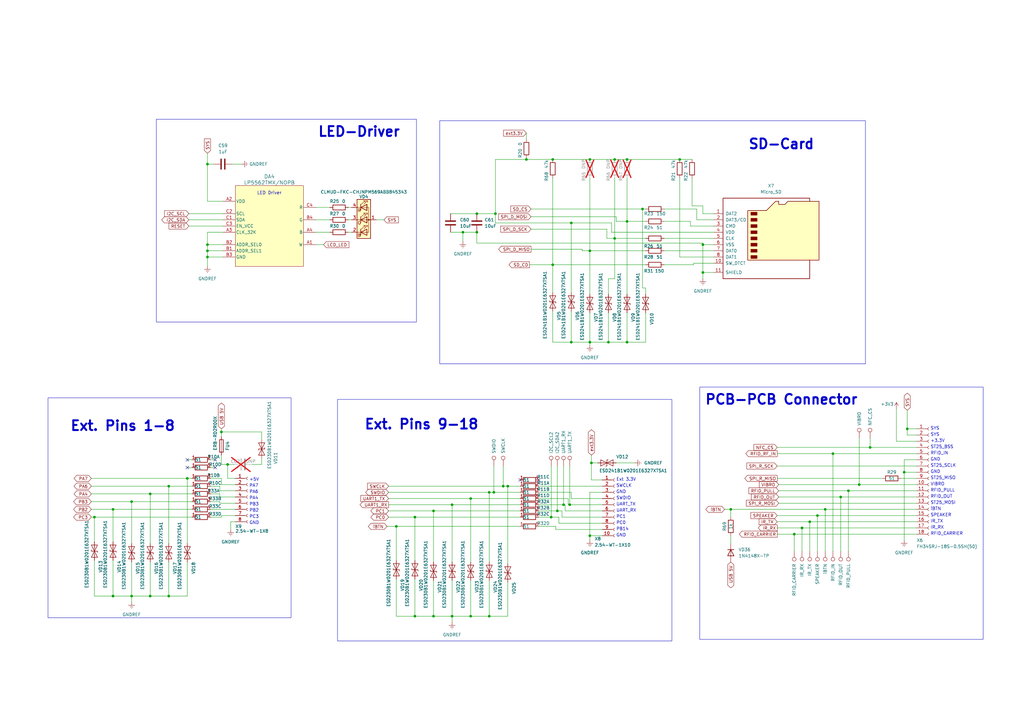
<source format=kicad_sch>
(kicad_sch (version 20250114) (generator "eeschema") (generator_version "9.0")
  (paper "A3")
  (title_block (title "Flipper Device DIY") (rev "13.F7B9C6") (company "Originally from : Flipper Devices Inc.") (comment 1 "DIY Version 1.0"))
  (lib_symbols
    (symbol "Connector2:Conn_01x10_Female" (pin_names (offset 1.016) (hide yes))
      (property "Reference" "J" (at 0 12.7 0))
      (property "Value" "Conn_01x10_Female" (at 0 -15.24 0))
      (symbol "Conn_01x10_Female_1_1"
        (pin passive line (at -5.08 10.16 0) (length 3.81) (name "Pin_1") (number "1"))
        (pin passive line (at -5.08 7.62 0) (length 3.81) (name "Pin_2") (number "2"))
        (pin passive line (at -5.08 5.08 0) (length 3.81) (name "Pin_3") (number "3"))
        (pin passive line (at -5.08 2.54 0) (length 3.81) (name "Pin_4") (number "4"))
        (pin passive line (at -5.08 0 0) (length 3.81) (name "Pin_5") (number "5"))
        (pin passive line (at -5.08 -2.54 0) (length 3.81) (name "Pin_6") (number "6"))
        (pin passive line (at -5.08 -5.08 0) (length 3.81) (name "Pin_7") (number "7"))
        (pin passive line (at -5.08 -7.62 0) (length 3.81) (name "Pin_8") (number "8"))
        (pin passive line (at -5.08 -10.16 0) (length 3.81) (name "Pin_9") (number "9"))
        (pin passive line (at -5.08 -12.7 0) (length 3.81) (name "Pin_10") (number "10"))
      )
    )
    (symbol "Connector2:Conn_01x18_Female" (pin_names (offset 1.016) (hide yes))
      (property "Reference" "J" (at 0 22.86 0))
      (property "Value" "Conn_01x18_Female" (at 0 -25.4 0))
      (symbol "Conn_01x18_Female_1_1"
        (pin passive line (at -5.08 20.32 0) (length 3.81) (name "Pin_1") (number "1"))
        (pin passive line (at -5.08 17.78 0) (length 3.81) (name "Pin_2") (number "2"))
        (pin passive line (at -5.08 15.24 0) (length 3.81) (name "Pin_3") (number "3"))
        (pin passive line (at -5.08 12.7 0) (length 3.81) (name "Pin_4") (number "4"))
        (pin passive line (at -5.08 10.16 0) (length 3.81) (name "Pin_5") (number "5"))
        (pin passive line (at -5.08 7.62 0) (length 3.81) (name "Pin_6") (number "6"))
        (pin passive line (at -5.08 5.08 0) (length 3.81) (name "Pin_7") (number "7"))
        (pin passive line (at -5.08 2.54 0) (length 3.81) (name "Pin_8") (number "8"))
        (pin passive line (at -5.08 0 0) (length 3.81) (name "Pin_9") (number "9"))
        (pin passive line (at -5.08 -2.54 0) (length 3.81) (name "Pin_10") (number "10"))
        (pin passive line (at -5.08 -5.08 0) (length 3.81) (name "Pin_11") (number "11"))
        (pin passive line (at -5.08 -7.62 0) (length 3.81) (name "Pin_12") (number "12"))
        (pin passive line (at -5.08 -10.16 0) (length 3.81) (name "Pin_13") (number "13"))
        (pin passive line (at -5.08 -12.7 0) (length 3.81) (name "Pin_14") (number "14"))
        (pin passive line (at -5.08 -15.24 0) (length 3.81) (name "Pin_15") (number "15"))
        (pin passive line (at -5.08 -17.78 0) (length 3.81) (name "Pin_16") (number "16"))
        (pin passive line (at -5.08 -20.32 0) (length 3.81) (name "Pin_17") (number "17"))
        (pin passive line (at -5.08 -22.86 0) (length 3.81) (name "Pin_18") (number "18"))
      )
    )
    (symbol "Connector2:Micro_SD_Card_Det" (pin_names (offset 1.016))
      (property "Reference" "J2" (at 0.635 21.59 0))
      (property "Value" "Micro_SD_Card_Det" (at 0.635 19.05 0))
      (symbol "Micro_SD_Card_Det_1_1"
        (pin bidirectional line (at -22.86 10.16 0) (length 3.81) (name "DAT2") (number "1"))
        (pin bidirectional line (at -22.86 7.62 0) (length 3.81) (name "DAT3/CD") (number "2"))
        (pin input line (at -22.86 5.08 0) (length 3.81) (name "CMD") (number "3"))
        (pin power_in line (at -22.86 2.54 0) (length 3.81) (name "VDD") (number "4"))
        (pin input line (at -22.86 0 0) (length 3.81) (name "CLK") (number "5"))
        (pin power_in line (at -22.86 -2.54 0) (length 3.81) (name "VSS") (number "6"))
        (pin bidirectional line (at -22.86 -5.08 0) (length 3.81) (name "DAT0") (number "7"))
        (pin bidirectional line (at -22.86 -7.62 0) (length 3.81) (name "DAT1") (number "8"))
        (pin passive line (at -22.86 -10.16 0) (length 3.81) (name "SW_DTCT") (number "10"))
        (pin passive line (at -22.86 -13.97 0) (length 3.81) (name "SHIELD") (number "11"))
      )
    )
    (symbol "Connector:Conn_01x08_Socket" (pin_names (offset 1.016) (hide yes))
      (property "Reference" "J" (at 0 10.16 0))
      (property "Value" "Conn_01x08_Socket" (at 0 -12.7 0))
      (symbol "Conn_01x08_Socket_1_1"
        (pin passive line (at -5.08 7.62 0) (length 3.81) (name "Pin_1") (number "1"))
        (pin passive line (at -5.08 5.08 0) (length 3.81) (name "Pin_2") (number "2"))
        (pin passive line (at -5.08 2.54 0) (length 3.81) (name "Pin_3") (number "3"))
        (pin passive line (at -5.08 0 0) (length 3.81) (name "Pin_4") (number "4"))
        (pin passive line (at -5.08 -2.54 0) (length 3.81) (name "Pin_5") (number "5"))
        (pin passive line (at -5.08 -5.08 0) (length 3.81) (name "Pin_6") (number "6"))
        (pin passive line (at -5.08 -7.62 0) (length 3.81) (name "Pin_7") (number "7"))
        (pin passive line (at -5.08 -10.16 0) (length 3.81) (name "Pin_8") (number "8"))
      )
    )
    (symbol "Connector:TestPoint" (pin_numbers (hide yes)) (pin_names (offset 0.762) (hide yes))
      (property "Reference" "TP" (at 0 6.858 0))
      (property "Value" "TestPoint" (at 0 5.08 0))
      (symbol "TestPoint_1_1"
        (pin passive line (at 0 0 90) (length 2.54) (name "1") (number "1"))
      )
    )
    (symbol "Device:C" (pin_numbers (hide yes)) (pin_names (offset 0.254))
      (property "Reference" "C" (at 0.635 2.54 0))
      (property "Value" "C" (at 0.635 -2.54 0))
      (symbol "C_1_1"
        (pin passive line (at 0 3.81 270) (length 2.794) (name "~") (number "1"))
        (pin passive line (at 0 -3.81 90) (length 2.794) (name "~") (number "2"))
      )
    )
    (symbol "Device:C_Polarized" (pin_numbers (hide yes)) (pin_names (offset 0.254))
      (property "Reference" "C" (at 0.635 2.54 0))
      (property "Value" "C_Polarized" (at 0.635 -2.54 0))
      (symbol "C_Polarized_1_1"
        (pin passive line (at 0 3.81 270) (length 2.794) (name "~") (number "1"))
        (pin passive line (at 0 -3.81 90) (length 2.794) (name "~") (number "2"))
      )
    )
    (symbol "Device:D" (pin_numbers (hide yes)) (pin_names (offset 1.016) (hide yes))
      (property "Reference" "D" (at 0 2.54 0))
      (property "Value" "D" (at 0 -2.54 0))
      (symbol "D_1_1"
        (pin passive line (at -3.81 0 0) (length 2.54) (name "K") (number "1"))
        (pin passive line (at 3.81 0 180) (length 2.54) (name "A") (number "2"))
      )
    )
    (symbol "Device:Fuse" (pin_numbers (hide yes)) (pin_names (offset 0))
      (property "Reference" "F" (at 2.032 0 90))
      (property "Value" "Fuse" (at -1.905 0 90))
      (symbol "Fuse_1_1"
        (pin passive line (at 0 3.81 270) (length 1.27) (name "~") (number "1"))
        (pin passive line (at 0 -3.81 90) (length 1.27) (name "~") (number "2"))
      )
    )
    (symbol "Device:LED_ABGR" (pin_names (offset 0) (hide yes))
      (property "Reference" "D" (at 0 9.398 0))
      (property "Value" "LED_ABGR" (at 0 -8.89 0))
      (symbol "LED_ABGR_0_0"
        (text "R" (at -1.905 3.81 0) (effects (font (size 1.27 1.27))))
        (text "G" (at -1.905 -1.27 0) (effects (font (size 1.27 1.27))))
        (text "B" (at -1.905 -6.35 0) (effects (font (size 1.27 1.27))))
      )
      (symbol "LED_ABGR_1_1"
        (pin passive line (at -5.08 5.08 0) (length 2.54) (name "RK") (number "4"))
        (pin passive line (at -5.08 0 0) (length 2.54) (name "GK") (number "3"))
        (pin passive line (at -5.08 -5.08 0) (length 2.54) (name "BK") (number "2"))
        (pin passive line (at 5.08 0 180) (length 2.54) (name "A") (number "1"))
      )
    )
    (symbol "Device:R" (pin_numbers (hide yes)) (pin_names (offset 0))
      (property "Reference" "R" (at 2.032 0 90))
      (property "Value" "R" (at 0 0 90))
      (symbol "R_1_1"
        (pin passive line (at 0 3.81 270) (length 1.27) (name "~") (number "1"))
        (pin passive line (at 0 -3.81 90) (length 1.27) (name "~") (number "2"))
      )
    )
    (symbol "Device:R_Network04_Split" (pin_names (offset 0) (hide yes))
      (property "Reference" "RN" (at 2.032 0 90))
      (property "Value" "R_Network04_Split" (at 0 0 90))
      (symbol "R_Network04_Split_0_1"
        (pin passive line (at 0 3.81 270) (length 1.27) (name "R1") (number "1"))
      )
      (symbol "R_Network04_Split_1_1"
        (pin passive line (at 0 -3.81 90) (length 1.27) (name "R1.2") (number "2"))
      )
      (symbol "R_Network04_Split_2_1"
        (pin passive line (at 0 -3.81 90) (length 1.27) (name "R2.2") (number "3"))
      )
      (symbol "R_Network04_Split_3_1"
        (pin passive line (at 0 -3.81 90) (length 1.27) (name "R3.2") (number "4"))
      )
      (symbol "R_Network04_Split_4_1"
        (pin passive line (at 0 -3.81 90) (length 1.27) (name "R4.2") (number "5"))
      )
    )
    (symbol "Diode:ESD9B3.3ST5G" (pin_numbers (hide yes)) (pin_names (offset 1.016) (hide yes))
      (property "Reference" "D" (at 0 2.54 0))
      (property "Value" "ESD9B3.3ST5G" (at 0 -2.54 0))
      (symbol "ESD9B3.3ST5G_1_1"
        (pin passive line (at -3.81 0 0) (length 2.54) (name "A1") (number "1"))
        (pin passive line (at 3.81 0 180) (length 2.54) (name "A2") (number "2"))
      )
    )
    (symbol "LP5562TMX-NOPB:LP5562TMX_NOPB" (pin_names (offset 0.254))
      (property "Reference" "U1" (at 1.27 20.32 0))
      (property "Value" "LP5562TMX/NOPB" (at 1.27 17.78 0))
      (symbol "LP5562TMX_NOPB_0_1"
        (pin power_in line (at -17.78 10.16 0) (length 5.08) (name "VDD") (number "A2"))
        (pin input line (at -17.78 5.08 0) (length 5.08) (name "SCL") (number "C2"))
        (pin bidirectional line (at -17.78 2.54 0) (length 5.08) (name "SDA") (number "C1"))
        (pin input line (at -17.78 0 0) (length 5.08) (name "EN_VCC") (number "C3"))
        (pin input line (at -17.78 -2.54 0) (length 5.08) (name "CLK_32K") (number "A3"))
        (pin input line (at -17.78 -7.62 0) (length 5.08) (name "ADDR_SEL0") (number "B2"))
        (pin input line (at -17.78 -10.16 0) (length 5.08) (name "ADDR_SEL1") (number "B1"))
        (pin power_in line (at -17.78 -12.7 0) (length 5.08) (name "GND") (number "B3"))
        (pin output line (at 20.32 7.62 180) (length 5.08) (name "R") (number "C4"))
        (pin output line (at 20.32 2.54 180) (length 5.08) (name "G") (number "B4"))
        (pin output line (at 20.32 -2.54 180) (length 5.08) (name "B") (number "A4"))
        (pin output line (at 20.32 -7.62 180) (length 5.08) (name "W") (number "A1"))
      )
    )
    (symbol "power:+3V3" (power) (pin_names (offset 0))
      (property "Value" "+3V3" (at 0 3.556 0))
      (symbol "+3V3_1_1"
        (pin power_in line (at 0 0 90) (length 0) (hide yes) (name "+3V3") (number "1"))
      )
    )
    (symbol "power:GNDREF" (power) (pin_names (offset 0))
      (property "Value" "GNDREF" (at 0 -3.81 0))
      (symbol "GNDREF_1_1"
        (pin power_in line (at 0 0 270) (length 0) (hide yes) (name "GNDREF") (number "1"))
      )
    )
  )
  (rectangle (start 180.34 49.53) (end 354.965 149.225))
  (rectangle (start 19.685 163.195) (end 119.38 253.365))
  (rectangle (start 64.135 48.895) (end 170.815 132.08))
  (rectangle (start 287.02 158.75) (end 403.225 262.255))
  (rectangle (start 138.43 163.83) (end 275.59 262.89))
  (text "PC0" (at 252.73 215.265 0) (effects (font (size 1.27 1.27)) (justify left bottom)))
  (text "SD-Card" (at 306.705 61.595 0) (effects (font (size 4 4) (bold yes)) (justify left bottom)))
  (text "PA7" (at 102.235 200.025 0) (effects (font (size 1.27 1.27)) (justify left bottom)))
  (text "PC3" (at 102.235 212.725 0) (effects (font (size 1.27 1.27)) (justify left bottom)))
  (text "PB14" (at 252.73 217.805 0) (effects (font (size 1.27 1.27)) (justify left bottom)))
  (text "GND" (at 381.635 194.31 0) (effects (font (size 1.27 1.27)) (justify left bottom)))
  (text "SYS" (at 381.635 176.53 0) (effects (font (size 1.27 1.27)) (justify left bottom)))
  (text "Ext. Pins 1-8" (at 28.575 177.165 0) (effects (font (size 4 4) (bold yes)) (justify left bottom)))
  (text "iBTN" (at 381.635 209.55 0) (effects (font (size 1.27 1.27)) (justify left bottom)))
  (text "SYS" (at 381.635 179.07 0) (effects (font (size 1.27 1.27)) (justify left bottom)))
  (text "PA4" (at 102.235 205.105 0) (effects (font (size 1.27 1.27)) (justify left bottom)))
  (text "ST25_MOSI" (at 381.635 207.01 0) (effects (font (size 1.27 1.27)) (justify left bottom)))
  (text "UART_TX" (at 252.73 207.645 0) (effects (font (size 1.27 1.27)) (justify left bottom)))
  (text "UART_RX" (at 252.73 210.185 0) (effects (font (size 1.27 1.27)) (justify left bottom)))
  (text "GND" (at 252.73 220.345 0) (effects (font (size 1.27 1.27)) (justify left bottom)))
  (text "RFID_CARRIER" (at 381.635 219.71 0) (effects (font (size 1.27 1.27)) (justify left bottom)))
  (text "PB2" (at 102.235 210.185 0) (effects (font (size 1.27 1.27)) (justify left bottom)))
  (text "ST25_MISO" (at 381.635 196.85 0) (effects (font (size 1.27 1.27)) (justify left bottom)))
  (text "LED Driver\n" (at 105.41 80.01 0) (effects (font (size 1.27 1.27)) (justify left bottom)))
  (text "GND" (at 252.73 202.565 0) (effects (font (size 1.27 1.27)) (justify left bottom)))
  (text "PC1" (at 252.73 212.725 0) (effects (font (size 1.27 1.27)) (justify left bottom)))
  (text "PCB-PCB Connector" (at 288.925 166.37 0) (effects (font (size 4 4) (bold yes)) (justify left bottom)))
  (text "RFID_PULL" (at 381.635 201.93 0) (effects (font (size 1.27 1.27)) (justify left bottom)))
  (text "SWDIO" (at 252.73 205.105 0) (effects (font (size 1.27 1.27)) (justify left bottom)))
  (text "RFID_IN" (at 381.635 186.69 0) (effects (font (size 1.27 1.27)) (justify left bottom)))
  (text "+3.3V" (at 381.635 181.61 0) (effects (font (size 1.27 1.27)) (justify left bottom)))
  (text "GND" (at 381.635 189.23 0) (effects (font (size 1.27 1.27)) (justify left bottom)))
  (text "GND" (at 102.235 215.265 0) (effects (font (size 1.27 1.27)) (justify left bottom)))
  (text "ST25_SCLK" (at 381.635 191.77 0) (effects (font (size 1.27 1.27)) (justify left bottom)))
  (text "PA6" (at 102.235 202.565 0) (effects (font (size 1.27 1.27)) (justify left bottom)))
  (text "VIBRO" (at 381.635 199.39 0) (effects (font (size 1.27 1.27)) (justify left bottom)))
  (text "IR_TX" (at 381.635 214.63 0) (effects (font (size 1.27 1.27)) (justify left bottom)))
  (text "SWCLK" (at 252.73 200.025 0) (effects (font (size 1.27 1.27)) (justify left bottom)))
  (text "+5V\n" (at 102.235 197.485 0) (effects (font (size 1.27 1.27)) (justify left bottom)))
  (text "ST25_BSS" (at 381.635 184.15 0) (effects (font (size 1.27 1.27)) (justify left bottom)))
  (text "LED-Driver" (at 130.175 56.515 0) (effects (font (size 4 4) (thickness 0.8) (bold yes)) (justify left bottom)))
  (text "SPEAKER" (at 381.635 212.09 0) (effects (font (size 1.27 1.27)) (justify left bottom)))
  (text "Ext. Pins 9-18" (at 149.225 176.53 0) (effects (font (size 4 4) (bold yes)) (justify left bottom)))
  (text "IR_RX" (at 381.635 217.17 0) (effects (font (size 1.27 1.27)) (justify left bottom)))
  (text "RFID_OUT" (at 381.635 204.47 0) (effects (font (size 1.27 1.27)) (justify left bottom)))
  (text "PB3" (at 102.235 207.645 0) (effects (font (size 1.27 1.27)) (justify left bottom)))
  (text "Ext 3.3V" (at 252.73 197.485 0) (effects (font (size 1.27 1.27)) (justify left bottom)))
  (junction (at 242.57 189.865))
  (junction (at 85.09 67.31))
  (junction (at 215.9 65.405))
  (junction (at 241.935 65.405))
  (junction (at 206.375 199.39))
  (junction (at 208.28 199.39))
  (junction (at 288.29 100.33))
  (junction (at 344.805 203.835))
  (junction (at 288.29 111.76))
  (junction (at 200.66 252.73))
  (junction (at 241.935 219.71))
  (junction (at 257.175 140.335))
  (junction (at 90.805 177.165))
  (junction (at 195.58 95.25))
  (junction (at 85.09 105.41))
  (junction (at 93.345 190.5))
  (junction (at 46.355 208.915))
  (junction (at 347.98 201.295))
  (junction (at 170.18 252.73))
  (junction (at 234.315 91.44))
  (junction (at 328.93 216.535))
  (junction (at 226.06 212.09))
  (junction (at 370.84 193.675))
  (junction (at 85.09 102.87))
  (junction (at 177.8 209.55))
  (junction (at 85.09 100.33))
  (junction (at 53.975 244.475))
  (junction (at 263.525 85.725))
  (junction (at 200.66 201.93))
  (junction (at 185.42 252.73))
  (junction (at 231.14 207.01))
  (junction (at 193.04 252.73))
  (junction (at 228.6 209.55))
  (junction (at 53.975 205.74))
  (junction (at 352.425 198.755))
  (junction (at 257.175 90.805))
  (junction (at 203.2 87.63))
  (junction (at 372.11 175.895))
  (junction (at 46.355 244.475))
  (junction (at 252.095 97.79))
  (junction (at 189.865 95.25))
  (junction (at 226.695 65.405))
  (junction (at 195.58 87.63))
  (junction (at 241.935 102.87))
  (junction (at 234.315 140.335))
  (junction (at 170.18 212.09))
  (junction (at 185.42 207.01))
  (junction (at 162.56 215.9))
  (junction (at 61.595 244.475))
  (junction (at 233.68 207.01))
  (junction (at 335.28 211.455))
  (junction (at 61.595 202.565))
  (junction (at 252.095 65.405))
  (junction (at 338.455 208.915))
  (junction (at 257.175 65.405))
  (junction (at 202.565 201.93))
  (junction (at 332.105 213.995))
  (junction (at 341.63 186.055))
  (junction (at 278.765 65.405))
  (junction (at 76.835 196.215))
  (junction (at 193.04 204.47))
  (junction (at 226.695 108.585))
  (junction (at 249.555 140.335))
  (junction (at 325.755 219.075))
  (junction (at 356.87 183.515))
  (junction (at 38.735 212.09))
  (junction (at 177.8 252.73))
  (junction (at 69.215 199.39))
  (junction (at 299.72 208.915))
  (junction (at 69.215 244.475))
  (junction (at 241.935 140.335))
  (no_connect (at 220.98 196.85))
  (no_connect (at 76.835 188.595))
  (no_connect (at 213.36 196.85))
  (no_connect (at 88.265 191.77))
  (no_connect (at 76.835 191.77))
  (no_connect (at 88.265 188.595))
  (wire (pts (xy 94.615 213.995) (xy 94.615 217.17)))
  (wire (pts (xy 217.805 93.98) (xy 248.92 93.98)))
  (wire (pts (xy 217.805 85.725) (xy 263.525 85.725)))
  (wire (pts (xy 284.48 107.95) (xy 292.735 107.95)))
  (wire (pts (xy 335.28 211.455) (xy 335.28 226.06)))
  (wire (pts (xy 278.765 105.41) (xy 292.735 105.41)))
  (wire (pts (xy 46.355 208.915) (xy 78.74 208.915)))
  (wire (pts (xy 242.57 186.69) (xy 242.57 189.865)))
  (wire (pts (xy 352.425 179.705) (xy 352.425 198.755)))
  (wire (pts (xy 200.66 252.73) (xy 193.04 252.73)))
  (wire (pts (xy 69.215 199.39) (xy 78.74 199.39)))
  (wire (pts (xy 76.835 191.77) (xy 78.74 191.77)))
  (wire (pts (xy 195.58 87.63) (xy 203.2 87.63)))
  (wire (pts (xy 230.505 209.55) (xy 230.505 212.09)))
  (wire (pts (xy 107.315 177.165) (xy 90.805 177.165)))
  (wire (pts (xy 90.17 199.39) (xy 90.17 201.295)))
  (wire (pts (xy 96.52 213.995) (xy 94.615 213.995)))
  (wire (pts (xy 217.805 88.9) (xy 252.73 88.9)))
  (wire (pts (xy 90.17 206.375) (xy 96.52 206.375)))
  (wire (pts (xy 319.405 201.295) (xy 347.98 201.295)))
  (wire (pts (xy 90.17 201.295) (xy 96.52 201.295)))
  (wire (pts (xy 338.455 208.915) (xy 375.92 208.915)))
  (wire (pts (xy 90.805 211.455) (xy 96.52 211.455)))
  (wire (pts (xy 38.735 212.09) (xy 78.74 212.09)))
  (wire (pts (xy 257.175 128.27) (xy 257.175 140.335)))
  (wire (pts (xy 38.735 212.09) (xy 38.735 222.25)))
  (wire (pts (xy 208.28 238.76) (xy 208.28 252.73)))
  (wire (pts (xy 249.555 140.335) (xy 257.175 140.335)))
  (wire (pts (xy 69.215 199.39) (xy 69.215 222.885)))
  (wire (pts (xy 299.72 208.915) (xy 338.455 208.915)))
  (wire (pts (xy 257.175 73.025) (xy 257.175 90.805)))
  (wire (pts (xy 86.36 205.74) (xy 90.17 205.74)))
  (wire (pts (xy 202.565 201.93) (xy 213.36 201.93)))
  (wire (pts (xy 208.28 199.39) (xy 208.28 231.14)))
  (wire (pts (xy 162.56 237.49) (xy 162.56 252.73)))
  (wire (pts (xy 226.695 108.585) (xy 264.795 108.585)))
  (wire (pts (xy 200.66 201.93) (xy 200.66 230.505)))
  (wire (pts (xy 234.315 91.44) (xy 234.315 120.015)))
  (wire (pts (xy 38.735 244.475) (xy 46.355 244.475)))
  (wire (pts (xy 234.315 91.44) (xy 250.825 91.44)))
  (wire (pts (xy 272.415 97.79) (xy 292.735 97.79)))
  (wire (pts (xy 85.09 100.33) (xy 91.44 100.33)))
  (wire (pts (xy 46.355 229.87) (xy 46.355 244.475)))
  (wire (pts (xy 88.265 191.77) (xy 86.36 191.77)))
  (wire (pts (xy 129.54 85.09) (xy 135.255 85.09)))
  (wire (pts (xy 220.98 215.9) (xy 227.965 215.9)))
  (wire (pts (xy 37.465 205.74) (xy 53.975 205.74)))
  (wire (pts (xy 257.175 65.405) (xy 278.765 65.405)))
  (wire (pts (xy 252.095 73.025) (xy 252.095 97.79)))
  (wire (pts (xy 220.98 212.09) (xy 226.06 212.09)))
  (wire (pts (xy 318.77 183.515) (xy 356.87 183.515)))
  (wire (pts (xy 272.415 102.87) (xy 292.735 102.87)))
  (wire (pts (xy 95.885 190.5) (xy 93.345 190.5)))
  (wire (pts (xy 257.175 90.805) (xy 257.175 120.65)))
  (wire (pts (xy 93.345 196.215) (xy 93.345 190.5)))
  (wire (pts (xy 85.09 102.87) (xy 85.09 105.41)))
  (wire (pts (xy 76.835 196.215) (xy 78.74 196.215)))
  (wire (pts (xy 202.565 191.135) (xy 202.565 201.93)))
  (wire (pts (xy 90.17 205.74) (xy 90.17 206.375)))
  (wire (pts (xy 142.875 90.17) (xy 144.145 90.17)))
  (wire (pts (xy 252.095 65.405) (xy 257.175 65.405)))
  (wire (pts (xy 299.72 219.71) (xy 299.72 222.885)))
  (wire (pts (xy 347.98 201.295) (xy 375.92 201.295)))
  (wire (pts (xy 283.21 92.71) (xy 292.735 92.71)))
  (wire (pts (xy 318.77 211.455) (xy 335.28 211.455)))
  (wire (pts (xy 335.28 211.455) (xy 375.92 211.455)))
  (wire (pts (xy 69.215 230.505) (xy 69.215 244.475)))
  (wire (pts (xy 318.77 186.055) (xy 341.63 186.055)))
  (wire (pts (xy 37.465 199.39) (xy 69.215 199.39)))
  (wire (pts (xy 263.525 85.725) (xy 263.525 118.11)))
  (wire (pts (xy 234.315 140.335) (xy 241.935 140.335)))
  (wire (pts (xy 338.455 208.915) (xy 338.455 226.06)))
  (wire (pts (xy 53.975 244.475) (xy 61.595 244.475)))
  (wire (pts (xy 61.595 244.475) (xy 61.595 230.505)))
  (wire (pts (xy 372.11 178.435) (xy 372.11 175.895)))
  (wire (pts (xy 288.29 111.76) (xy 288.29 100.33)))
  (wire (pts (xy 129.54 90.17) (xy 135.255 90.17)))
  (wire (pts (xy 177.8 252.73) (xy 185.42 252.73)))
  (wire (pts (xy 61.595 202.565) (xy 78.74 202.565)))
  (wire (pts (xy 184.785 87.63) (xy 195.58 87.63)))
  (wire (pts (xy 328.93 216.535) (xy 375.92 216.535)))
  (wire (pts (xy 241.935 102.87) (xy 241.935 120.65)))
  (wire (pts (xy 283.845 84.455) (xy 288.29 84.455)))
  (wire (pts (xy 226.695 108.585) (xy 217.17 108.585)))
  (wire (pts (xy 238.76 102.235) (xy 238.76 102.87)))
  (wire (pts (xy 220.98 209.55) (xy 228.6 209.55)))
  (wire (pts (xy 85.09 62.865) (xy 85.09 67.31)))
  (wire (pts (xy 226.06 191.135) (xy 226.06 212.09)))
  (wire (pts (xy 177.8 209.55) (xy 213.36 209.55)))
  (wire (pts (xy 372.11 175.895) (xy 375.92 175.895)))
  (wire (pts (xy 185.42 252.73) (xy 185.42 238.125)))
  (wire (pts (xy 242.57 196.85) (xy 247.015 196.85)))
  (wire (pts (xy 263.525 118.11) (xy 264.795 118.11)))
  (wire (pts (xy 88.265 188.595) (xy 86.36 188.595)))
  (wire (pts (xy 249.555 128.27) (xy 249.555 140.335)))
  (wire (pts (xy 220.98 201.93) (xy 234.315 201.93)))
  (wire (pts (xy 193.04 204.47) (xy 213.36 204.47)))
  (wire (pts (xy 226.695 73.025) (xy 226.695 108.585)))
  (wire (pts (xy 229.235 214.63) (xy 247.015 214.63)))
  (wire (pts (xy 86.36 196.215) (xy 90.805 196.215)))
  (wire (pts (xy 193.04 252.73) (xy 185.42 252.73)))
  (wire (pts (xy 242.57 189.865) (xy 242.57 196.85)))
  (wire (pts (xy 162.56 215.9) (xy 162.56 229.87)))
  (wire (pts (xy 185.42 252.73) (xy 185.42 255.27)))
  (wire (pts (xy 76.835 196.215) (xy 76.835 222.885)))
  (wire (pts (xy 341.63 186.055) (xy 341.63 226.06)))
  (wire (pts (xy 285.75 90.17) (xy 292.735 90.17)))
  (wire (pts (xy 85.09 67.31) (xy 87.63 67.31)))
  (wire (pts (xy 318.77 196.215) (xy 361.95 196.215)))
  (wire (pts (xy 238.76 102.87) (xy 241.935 102.87)))
  (wire (pts (xy 61.595 244.475) (xy 69.215 244.475)))
  (wire (pts (xy 264.795 140.335) (xy 257.175 140.335)))
  (wire (pts (xy 90.805 212.09) (xy 90.805 211.455)))
  (wire (pts (xy 189.865 95.25) (xy 189.865 99.06)))
  (wire (pts (xy 230.505 212.09) (xy 247.015 212.09)))
  (wire (pts (xy 283.21 90.805) (xy 283.21 92.71)))
  (wire (pts (xy 159.385 204.47) (xy 193.04 204.47)))
  (wire (pts (xy 53.975 230.505) (xy 53.975 244.475)))
  (wire (pts (xy 264.795 118.11) (xy 264.795 120.65)))
  (wire (pts (xy 107.315 180.34) (xy 107.315 177.165)))
  (wire (pts (xy 77.47 90.17) (xy 91.44 90.17)))
  (wire (pts (xy 319.405 203.835) (xy 344.805 203.835)))
  (wire (pts (xy 91.44 95.25) (xy 85.09 95.25)))
  (wire (pts (xy 347.98 201.295) (xy 347.98 226.06)))
  (wire (pts (xy 37.465 196.215) (xy 76.835 196.215)))
  (wire (pts (xy 234.315 127.635) (xy 234.315 140.335)))
  (wire (pts (xy 93.345 190.5) (xy 90.805 190.5)))
  (wire (pts (xy 356.87 183.515) (xy 375.92 183.515)))
  (wire (pts (xy 318.77 213.995) (xy 332.105 213.995)))
  (wire (pts (xy 352.425 198.755) (xy 375.92 198.755)))
  (wire (pts (xy 288.29 111.76) (xy 288.29 114.3)))
  (wire (pts (xy 372.11 168.275) (xy 372.11 175.895)))
  (wire (pts (xy 76.835 188.595) (xy 78.74 188.595)))
  (wire (pts (xy 46.355 244.475) (xy 53.975 244.475)))
  (wire (pts (xy 142.875 95.25) (xy 144.145 95.25)))
  (wire (pts (xy 158.75 215.9) (xy 162.56 215.9)))
  (wire (pts (xy 252.095 114.3) (xy 252.095 97.79)))
  (wire (pts (xy 215.9 54.61) (xy 215.9 57.15)))
  (wire (pts (xy 278.765 65.405) (xy 283.845 65.405)))
  (wire (pts (xy 53.975 205.74) (xy 78.74 205.74)))
  (wire (pts (xy 241.935 73.025) (xy 241.935 102.87)))
  (wire (pts (xy 241.935 219.71) (xy 247.015 219.71)))
  (wire (pts (xy 85.09 82.55) (xy 91.44 82.55)))
  (wire (pts (xy 184.785 95.25) (xy 189.865 95.25)))
  (wire (pts (xy 241.935 201.93) (xy 241.935 219.71)))
  (wire (pts (xy 250.825 95.25) (xy 292.735 95.25)))
  (wire (pts (xy 241.935 140.335) (xy 241.935 141.605)))
  (wire (pts (xy 234.315 204.47) (xy 247.015 204.47)))
  (wire (pts (xy 53.975 205.74) (xy 53.975 222.885)))
  (wire (pts (xy 90.805 198.755) (xy 96.52 198.755)))
  (wire (pts (xy 370.84 188.595) (xy 370.84 193.675)))
  (wire (pts (xy 90.805 196.215) (xy 90.805 198.755)))
  (wire (pts (xy 76.835 230.505) (xy 76.835 244.475)))
  (wire (pts (xy 185.42 207.01) (xy 213.36 207.01)))
  (wire (pts (xy 247.015 201.93) (xy 241.935 201.93)))
  (wire (pts (xy 231.775 209.55) (xy 247.015 209.55)))
  (wire (pts (xy 319.405 198.755) (xy 352.425 198.755)))
  (wire (pts (xy 299.72 208.915) (xy 299.72 212.09)))
  (wire (pts (xy 170.18 212.09) (xy 170.18 229.87)))
  (wire (pts (xy 278.765 73.025) (xy 278.765 105.41)))
  (wire (pts (xy 228.6 191.135) (xy 228.6 209.55)))
  (wire (pts (xy 159.385 199.39) (xy 206.375 199.39)))
  (wire (pts (xy 229.235 212.09) (xy 229.235 214.63)))
  (wire (pts (xy 241.935 128.27) (xy 241.935 140.335)))
  (wire (pts (xy 233.68 207.01) (xy 247.015 207.01)))
  (wire (pts (xy 85.09 105.41) (xy 85.09 109.22)))
  (wire (pts (xy 53.975 244.475) (xy 53.975 247.015)))
  (wire (pts (xy 260.35 189.865) (xy 252.73 189.865)))
  (wire (pts (xy 200.66 201.93) (xy 202.565 201.93)))
  (wire (pts (xy 250.825 91.44) (xy 250.825 95.25)))
  (wire (pts (xy 220.98 199.39) (xy 247.015 199.39)))
  (wire (pts (xy 170.18 212.09) (xy 213.36 212.09)))
  (wire (pts (xy 61.595 202.565) (xy 61.595 222.885)))
  (wire (pts (xy 231.14 191.135) (xy 231.14 207.01)))
  (wire (pts (xy 252.095 97.79) (xy 264.795 97.79)))
  (wire (pts (xy 215.9 65.405) (xy 226.695 65.405)))
  (wire (pts (xy 245.11 189.865) (xy 242.57 189.865)))
  (wire (pts (xy 195.58 99.695) (xy 195.58 95.25)))
  (wire (pts (xy 200.66 238.125) (xy 200.66 252.73)))
  (wire (pts (xy 233.045 207.01) (xy 233.68 207.01)))
  (wire (pts (xy 233.045 204.47) (xy 233.045 207.01)))
  (wire (pts (xy 185.42 207.01) (xy 185.42 230.505)))
  (wire (pts (xy 226.695 127.635) (xy 226.695 140.335)))
  (wire (pts (xy 162.56 252.73) (xy 170.18 252.73)))
  (wire (pts (xy 85.09 100.33) (xy 85.09 102.87)))
  (wire (pts (xy 193.04 238.125) (xy 193.04 252.73)))
  (wire (pts (xy 96.52 196.215) (xy 93.345 196.215)))
  (wire (pts (xy 203.2 65.405) (xy 203.2 87.63)))
  (wire (pts (xy 231.775 207.01) (xy 231.775 209.55)))
  (wire (pts (xy 288.29 87.63) (xy 292.735 87.63)))
  (wire (pts (xy 226.06 212.09) (xy 229.235 212.09)))
  (wire (pts (xy 332.105 213.995) (xy 375.92 213.995)))
  (wire (pts (xy 227.965 215.9) (xy 227.965 217.17)))
  (wire (pts (xy 203.2 87.63) (xy 203.2 91.44)))
  (wire (pts (xy 107.315 187.96) (xy 107.315 190.5)))
  (wire (pts (xy 86.36 199.39) (xy 90.17 199.39)))
  (wire (pts (xy 203.2 91.44) (xy 234.315 91.44)))
  (wire (pts (xy 370.84 193.675) (xy 375.92 193.675)))
  (wire (pts (xy 292.735 111.76) (xy 288.29 111.76)))
  (wire (pts (xy 86.36 208.915) (xy 96.52 208.915)))
  (wire (pts (xy 272.415 108.585) (xy 284.48 108.585)))
  (wire (pts (xy 215.9 64.77) (xy 215.9 65.405)))
  (wire (pts (xy 226.695 108.585) (xy 226.695 120.015)))
  (wire (pts (xy 37.465 212.09) (xy 38.735 212.09)))
  (wire (pts (xy 220.98 204.47) (xy 233.045 204.47)))
  (wire (pts (xy 90.805 175.895) (xy 90.805 177.165)))
  (wire (pts (xy 159.385 209.55) (xy 177.8 209.55)))
  (wire (pts (xy 375.92 188.595) (xy 370.84 188.595)))
  (wire (pts (xy 234.315 201.93) (xy 234.315 204.47)))
  (wire (pts (xy 297.18 208.915) (xy 299.72 208.915)))
  (wire (pts (xy 356.87 179.705) (xy 356.87 183.515)))
  (wire (pts (xy 69.215 244.475) (xy 76.835 244.475)))
  (wire (pts (xy 159.385 207.01) (xy 185.42 207.01)))
  (wire (pts (xy 283.845 73.025) (xy 283.845 84.455)))
  (wire (pts (xy 37.465 202.565) (xy 61.595 202.565)))
  (wire (pts (xy 170.18 252.73) (xy 177.8 252.73)))
  (wire (pts (xy 367.665 167.64) (xy 367.665 180.975)))
  (wire (pts (xy 241.935 65.405) (xy 252.095 65.405)))
  (wire (pts (xy 252.73 90.805) (xy 257.175 90.805)))
  (wire (pts (xy 142.875 85.09) (xy 144.145 85.09)))
  (wire (pts (xy 249.555 114.3) (xy 252.095 114.3)))
  (wire (pts (xy 288.29 99.695) (xy 195.58 99.695)))
  (wire (pts (xy 284.48 108.585) (xy 284.48 107.95)))
  (wire (pts (xy 227.965 217.17) (xy 247.015 217.17)))
  (wire (pts (xy 341.63 186.055) (xy 375.92 186.055)))
  (wire (pts (xy 90.17 202.565) (xy 90.17 203.835)))
  (wire (pts (xy 177.8 238.125) (xy 177.8 252.73)))
  (wire (pts (xy 257.175 90.805) (xy 264.795 90.805)))
  (wire (pts (xy 272.415 85.725) (xy 285.75 85.725)))
  (wire (pts (xy 272.415 90.805) (xy 283.21 90.805)))
  (wire (pts (xy 220.98 207.01) (xy 231.14 207.01)))
  (wire (pts (xy 86.36 212.09) (xy 90.805 212.09)))
  (wire (pts (xy 208.28 199.39) (xy 213.36 199.39)))
  (wire (pts (xy 241.935 219.71) (xy 241.935 221.615)))
  (wire (pts (xy 367.665 180.975) (xy 375.92 180.975)))
  (wire (pts (xy 177.8 209.55) (xy 177.8 230.505)))
  (wire (pts (xy 159.385 201.93) (xy 200.66 201.93)))
  (wire (pts (xy 288.29 99.695) (xy 288.29 100.33)))
  (wire (pts (xy 226.695 65.405) (xy 241.935 65.405)))
  (wire (pts (xy 228.6 209.55) (xy 230.505 209.55)))
  (wire (pts (xy 252.73 88.9) (xy 252.73 90.805)))
  (wire (pts (xy 90.805 190.5) (xy 90.805 186.69)))
  (wire (pts (xy 203.2 65.405) (xy 215.9 65.405)))
  (wire (pts (xy 233.68 191.135) (xy 233.68 207.01)))
  (wire (pts (xy 90.17 203.835) (xy 96.52 203.835)))
  (wire (pts (xy 288.29 84.455) (xy 288.29 87.63)))
  (wire (pts (xy 241.935 102.87) (xy 264.795 102.87)))
  (wire (pts (xy 170.18 237.49) (xy 170.18 252.73)))
  (wire (pts (xy 328.93 216.535) (xy 328.93 226.06)))
  (wire (pts (xy 344.805 203.835) (xy 344.805 226.06)))
  (wire (pts (xy 85.09 95.25) (xy 85.09 100.33)))
  (wire (pts (xy 332.105 213.995) (xy 332.105 226.06)))
  (wire (pts (xy 231.14 207.01) (xy 231.775 207.01)))
  (wire (pts (xy 325.755 219.075) (xy 325.755 226.06)))
  (wire (pts (xy 248.92 93.98) (xy 248.92 97.79)))
  (wire (pts (xy 238.76 102.235) (xy 217.805 102.235)))
  (wire (pts (xy 375.92 178.435) (xy 372.11 178.435)))
  (wire (pts (xy 129.54 95.25) (xy 135.255 95.25)))
  (wire (pts (xy 325.755 219.075) (xy 375.92 219.075)))
  (wire (pts (xy 37.465 208.915) (xy 46.355 208.915)))
  (wire (pts (xy 38.735 229.87) (xy 38.735 244.475)))
  (wire (pts (xy 318.77 219.075) (xy 325.755 219.075)))
  (wire (pts (xy 370.84 193.675) (xy 370.84 221.615)))
  (wire (pts (xy 206.375 191.135) (xy 206.375 199.39)))
  (wire (pts (xy 226.695 140.335) (xy 234.315 140.335)))
  (wire (pts (xy 264.795 128.27) (xy 264.795 140.335)))
  (wire (pts (xy 319.405 206.375) (xy 375.92 206.375)))
  (wire (pts (xy 249.555 120.65) (xy 249.555 114.3)))
  (wire (pts (xy 129.54 100.33) (xy 132.715 100.33)))
  (wire (pts (xy 241.935 140.335) (xy 249.555 140.335)))
  (wire (pts (xy 107.315 190.5) (xy 103.505 190.5)))
  (wire (pts (xy 206.375 199.39) (xy 208.28 199.39)))
  (wire (pts (xy 193.04 204.47) (xy 193.04 230.505)))
  (wire (pts (xy 154.305 90.17) (xy 157.48 90.17)))
  (wire (pts (xy 208.28 252.73) (xy 200.66 252.73)))
  (wire (pts (xy 263.525 85.725) (xy 264.795 85.725)))
  (wire (pts (xy 77.47 92.71) (xy 91.44 92.71)))
  (wire (pts (xy 285.75 85.725) (xy 285.75 90.17)))
  (wire (pts (xy 85.09 102.87) (xy 91.44 102.87)))
  (wire (pts (xy 77.47 87.63) (xy 91.44 87.63)))
  (wire (pts (xy 162.56 215.9) (xy 213.36 215.9)))
  (wire (pts (xy 292.735 100.33) (xy 288.29 100.33)))
  (wire (pts (xy 86.36 202.565) (xy 90.17 202.565)))
  (wire (pts (xy 90.805 177.165) (xy 90.805 179.07)))
  (wire (pts (xy 248.92 97.79) (xy 252.095 97.79)))
  (wire (pts (xy 159.385 212.09) (xy 170.18 212.09)))
  (wire (pts (xy 189.865 95.25) (xy 195.58 95.25)))
  (wire (pts (xy 46.355 208.915) (xy 46.355 222.25)))
  (wire (pts (xy 85.09 105.41) (xy 91.44 105.41)))
  (wire (pts (xy 369.57 196.215) (xy 375.92 196.215)))
  (wire (pts (xy 344.805 203.835) (xy 375.92 203.835)))
  (wire (pts (xy 318.77 191.135) (xy 375.92 191.135)))
  (wire (pts (xy 318.77 216.535) (xy 328.93 216.535)))
  (wire (pts (xy 95.25 67.31) (xy 99.06 67.31)))
  (wire (pts (xy 85.09 67.31) (xy 85.09 82.55)))
  (global_label "IR_TX" (shape input) (at 318.77 213.995 180) (property "Intersheetrefs" "${INTERSHEET_REFS}" (effects (hide yes))))
  (global_label "VIBRO" (shape input) (at 319.405 198.755 180) (property "Intersheetrefs" "${INTERSHEET_REFS}" (effects (hide yes))))
  (global_label "RFID_PULL" (shape input) (at 319.405 201.295 180) (property "Intersheetrefs" "${INTERSHEET_REFS}" (effects (hide yes))))
  (global_label "UART1_RX" (shape output) (at 159.385 207.01 180) (property "Intersheetrefs" "${INTERSHEET_REFS}" (effects (hide yes))))
  (global_label "UART1_TX" (shape input) (at 159.385 204.47 180) (property "Intersheetrefs" "${INTERSHEET_REFS}" (effects (hide yes))))
  (global_label "PA6" (shape bidirectional) (at 37.465 199.39 180) (property "Intersheetrefs" "${INTERSHEET_REFS}" (effects (hide yes))))
  (global_label "SWCLK" (shape input) (at 159.385 199.39 180) (property "Intersheetrefs" "${INTERSHEET_REFS}" (effects (hide yes))))
  (global_label "RESET" (shape input) (at 77.47 92.71 180) (property "Intersheetrefs" "${INTERSHEET_REFS}" (effects (hide yes))))
  (global_label "I2C_SCL" (shape input) (at 77.47 87.63 180) (property "Intersheetrefs" "${INTERSHEET_REFS}" (effects (hide yes))))
  (global_label "SPI_R_SCK" (shape input) (at 318.77 191.135 180) (property "Intersheetrefs" "${INTERSHEET_REFS}" (effects (hide yes))))
  (global_label "SYS" (shape input) (at 157.48 90.17 0) (property "Intersheetrefs" "${INTERSHEET_REFS}" (effects (hide yes))))
  (global_label "PB3" (shape bidirectional) (at 37.465 205.74 180) (property "Intersheetrefs" "${INTERSHEET_REFS}" (effects (hide yes))))
  (global_label "ext3.3V" (shape bidirectional) (at 242.57 186.69 90) (property "Intersheetrefs" "${INTERSHEET_REFS}" (effects (hide yes))))
  (global_label "SPI_R_MISO" (shape output) (at 318.77 196.215 180) (property "Intersheetrefs" "${INTERSHEET_REFS}" (effects (hide yes))))
  (global_label "PC1" (shape bidirectional) (at 159.385 209.55 180) (property "Intersheetrefs" "${INTERSHEET_REFS}" (effects (hide yes))))
  (global_label "PA7" (shape bidirectional) (at 37.465 196.215 180) (property "Intersheetrefs" "${INTERSHEET_REFS}" (effects (hide yes))))
  (global_label "USB 5V" (shape bidirectional) (at 90.805 175.895 90) (property "Intersheetrefs" "${INTERSHEET_REFS}" (effects (hide yes))))
  (global_label "SPI_D_MISO" (shape output) (at 217.805 102.235 180) (property "Intersheetrefs" "${INTERSHEET_REFS}" (effects (hide yes))))
  (global_label "PB2" (shape bidirectional) (at 37.465 208.915 180) (property "Intersheetrefs" "${INTERSHEET_REFS}" (effects (hide yes))))
  (global_label "SWDIO" (shape bidirectional) (at 159.385 201.93 180) (property "Intersheetrefs" "${INTERSHEET_REFS}" (effects (hide yes))))
  (global_label "ext3.3V" (shape input) (at 215.9 54.61 180) (property "Intersheetrefs" "${INTERSHEET_REFS}" (effects (hide yes))))
  (global_label "RFID_OUT" (shape input) (at 319.405 203.835 180) (property "Intersheetrefs" "${INTERSHEET_REFS}" (effects (hide yes))))
  (global_label "PA4" (shape bidirectional) (at 37.465 202.565 180) (property "Intersheetrefs" "${INTERSHEET_REFS}" (effects (hide yes))))
  (global_label "SPEAKER" (shape input) (at 318.77 211.455 180) (property "Intersheetrefs" "${INTERSHEET_REFS}" (effects (hide yes))))
  (global_label "iBTN" (shape bidirectional) (at 297.18 208.915 180) (property "Intersheetrefs" "${INTERSHEET_REFS}" (effects (hide yes))))
  (global_label "SPI_D_SCK" (shape input) (at 217.805 93.98 180) (property "Intersheetrefs" "${INTERSHEET_REFS}" (effects (hide yes))))
  (global_label "SYS" (shape bidirectional) (at 372.11 168.275 90) (property "Intersheetrefs" "${INTERSHEET_REFS}" (effects (hide yes))))
  (global_label "NFC_CS" (shape input) (at 318.77 183.515 180) (property "Intersheetrefs" "${INTERSHEET_REFS}" (effects (hide yes))))
  (global_label "USB 5V" (shape bidirectional) (at 299.72 230.505 270) (property "Intersheetrefs" "${INTERSHEET_REFS}" (effects (hide yes))))
  (global_label "LCD_LED" (shape input) (at 132.715 100.33 0) (property "Intersheetrefs" "${INTERSHEET_REFS}" (effects (hide yes))))
  (global_label "SPI_D_MOSI" (shape input) (at 217.805 88.9 180) (property "Intersheetrefs" "${INTERSHEET_REFS}" (effects (hide yes))))
  (global_label "SD_CD" (shape output) (at 217.17 108.585 180) (property "Intersheetrefs" "${INTERSHEET_REFS}" (effects (hide yes))))
  (global_label "PC3" (shape bidirectional) (at 37.465 212.09 180) (property "Intersheetrefs" "${INTERSHEET_REFS}" (effects (hide yes))))
  (global_label "SD_CS" (shape input) (at 217.805 85.725 180) (property "Intersheetrefs" "${INTERSHEET_REFS}" (effects (hide yes))))
  (global_label "iBTN" (shape bidirectional) (at 158.75 215.9 180) (property "Intersheetrefs" "${INTERSHEET_REFS}" (effects (hide yes))))
  (global_label "RFID_CARRIER" (shape output) (at 318.77 219.075 180) (property "Intersheetrefs" "${INTERSHEET_REFS}" (effects (hide yes))))
  (global_label "SYS" (shape input) (at 85.09 62.865 90) (property "Intersheetrefs" "${INTERSHEET_REFS}" (effects (hide yes))))
  (global_label "RFID_RF_IN" (shape output) (at 318.77 186.055 180) (property "Intersheetrefs" "${INTERSHEET_REFS}" (effects (hide yes))))
  (global_label "PC0" (shape bidirectional) (at 159.385 212.09 180) (property "Intersheetrefs" "${INTERSHEET_REFS}" (effects (hide yes))))
  (global_label "I2C_SDA" (shape bidirectional) (at 77.47 90.17 180) (property "Intersheetrefs" "${INTERSHEET_REFS}" (effects (hide yes))))
  (global_label "IR_RX" (shape output) (at 318.77 216.535 180) (property "Intersheetrefs" "${INTERSHEET_REFS}" (effects (hide yes))))
  (global_label "SPI_R_MOSI" (shape input) (at 319.405 206.375 180) (property "Intersheetrefs" "${INTERSHEET_REFS}" (effects (hide yes))))
  (symbol (lib_id "power:GNDREF") (at 94.615 217.17 0) (unit 1)
    (property "Reference" "#PWR043" (effects (hide yes)))
    (property "Value" "GNDREF" (at 94.615 222.25 0))
  )
  (symbol (lib_id "Diode:ESD9B3.3ST5G") (at 69.215 226.695 90) (unit 1)
    (property "Reference" "VD17" (at 71.755 230.505 0) (effects (justify right)))
    (property "Value" "ESD230B1W0201E6327XTSA1" (at 66.04 213.995 0) (effects (justify right)))
    (property "Footprint" "Diode_SMD:D_0201_0603Metric" (effects (hide yes)))
  )
  (symbol (lib_id "Connector:TestPoint") (at 341.63 226.06 180) (unit 1)
    (property "Reference" "TP37" (effects (hide yes)))
    (property "Value" "RFID_IN" (at 341.63 231.14 90) (effects (justify left)))
    (property "Footprint" "TestPoint:TestPoint_Pad_1.0x1.0mm" (effects (hide yes)))
  )
  (symbol (lib_id "Device:C_Polarized") (at 99.695 190.5 90) (unit 1) (dnp yes)
    (property "Reference" "C62" (at 96.52 189.23 90))
    (property "Value" "DNP" (at 102.87 189.23 90))
    (property "Footprint" "Capacitor_SMD:C_1206_3216Metric" (effects (hide yes)))
  )
  (symbol (lib_id "Diode:ESD9B3.3ST5G") (at 185.42 234.315 90) (unit 1)
    (property "Reference" "VD22" (at 187.96 238.125 0) (effects (justify right)))
    (property "Value" "ESD230B1W0201E6327XTSA1" (at 182.245 221.615 0) (effects (justify right)))
    (property "Footprint" "Diode_SMD:D_0201_0603Metric" (effects (hide yes)))
  )
  (symbol (lib_id "Connector:TestPoint") (at 344.805 226.06 180) (unit 1)
    (property "Reference" "TP38" (effects (hide yes)))
    (property "Value" "RFID_OUT" (at 344.805 231.14 90) (effects (justify left)))
    (property "Footprint" "TestPoint:TestPoint_Pad_1.0x1.0mm" (effects (hide yes)))
  )
  (symbol (lib_id "Device:D") (at 299.72 226.695 270) (unit 1)
    (property "Reference" "VD36" (at 302.895 225.425 90) (effects (justify left)))
    (property "Value" "1N4148X-TP" (at 302.895 227.965 90) (effects (justify left)))
    (property "Footprint" "Diode_SMD:D_SOD-523" (effects (hide yes)))
    (property "Sim.Device" "D" (effects (hide yes)))
    (property "Sim.Pins" "1=K 2=A" (effects (hide yes)))
  )
  (symbol (lib_id "Device:LED_ABGR") (at 149.225 90.17 0) (unit 1)
    (property "Reference" "VD4" (at 149.225 80.645 0))
    (property "Value" "CLMUD-FKC-CHJNPM569ABB845343" (at 149.225 78.74 0))
    (property "Footprint" "footprints:SMD_RGB_LED_CLMUD-FKC-CHJNPM569ABB845343" (effects (hide yes)))
    (property "Datasheet" "https://www.mouser.de/datasheet/2/723/HB_CLMUD_FKC-3043388.pdf" (effects (hide yes)))
  )
  (symbol (lib_id "Device:R_Network04_Split") (at 217.17 204.47 90) (unit 4)
    (property "Reference" "R11" (at 222.885 203.2 90))
    (property "Value" "51" (at 215.9 204.47 90))
    (property "Footprint" "Resistor_SMD:R_Array_Convex_4x0402" (effects (hide yes)))
  )
  (symbol (lib_id "Device:R") (at 215.9 60.96 180) (unit 1)
    (property "Reference" "R20" (at 213.36 62.865 90))
    (property "Value" "0" (at 213.36 59.055 90))
    (property "Footprint" "Resistor_SMD:R_0402_1005Metric" (effects (hide yes)))
  )
  (symbol (lib_id "Device:R_Network04_Split") (at 217.17 201.93 90) (unit 2)
    (property "Reference" "R11" (at 222.885 200.66 90))
    (property "Value" "51" (at 215.9 201.93 90))
    (property "Footprint" "Resistor_SMD:R_Array_Convex_4x0402" (effects (hide yes)))
  )
  (symbol (lib_id "Connector2:Conn_01x10_Female") (at 252.095 207.01 0) (unit 1)
    (property "Reference" "X8" (at 243.84 220.98 0) (effects (justify left)))
    (property "Value" "2.54-WT-1X10" (at 243.84 223.52 0) (effects (justify left)))
    (property "Footprint" "Connector_PinSocket_2.54mm:PinSocket_1x10_P2.54mm_Horizontal" (effects (hide yes)))
  )
  (symbol (lib_id "Diode:ESD9B3.3ST5G") (at 61.595 226.695 90) (unit 1)
    (property "Reference" "VD16" (at 64.135 230.505 0) (effects (justify right)))
    (property "Value" "ESD230B1W0201E6327XTSA1" (at 58.42 213.995 0) (effects (justify right)))
    (property "Footprint" "Diode_SMD:D_0201_0603Metric" (effects (hide yes)))
  )
  (symbol (lib_id "Diode:ESD9B3.3ST5G") (at 257.175 124.46 90) (unit 1)
    (property "Reference" "VD9" (at 259.715 128.27 0) (effects (justify right)))
    (property "Value" "ESD241B1W0201E6327XTSA1" (at 254 111.76 0) (effects (justify right)))
    (property "Footprint" "Diode_SMD:D_0201_0603Metric" (effects (hide yes)))
  )
  (symbol (lib_id "Connector:TestPoint") (at 328.93 226.06 180) (unit 1)
    (property "Reference" "TP33" (effects (hide yes)))
    (property "Value" "IR_RX" (at 328.93 231.14 90) (effects (justify left)))
    (property "Footprint" "TestPoint:TestPoint_Pad_1.0x1.0mm" (effects (hide yes)))
  )
  (symbol (lib_id "Connector:TestPoint") (at 231.14 191.135 0) (unit 1)
    (property "Reference" "TP28" (effects (hide yes)))
    (property "Value" "UART1_RX" (at 231.14 186.055 90) (effects (justify left)))
    (property "Footprint" "TestPoint:TestPoint_Pad_1.0x1.0mm" (effects (hide yes)))
  )
  (symbol (lib_id "Connector:TestPoint") (at 228.6 191.135 0) (unit 1)
    (property "Reference" "TP27" (effects (hide yes)))
    (property "Value" "I2C_SDA2" (at 228.6 186.055 90) (effects (justify left)))
    (property "Footprint" "TestPoint:TestPoint_Pad_1.0x1.0mm" (effects (hide yes)))
  )
  (symbol (lib_id "Diode:ESD9B3.3ST5G") (at 249.555 124.46 90) (unit 1)
    (property "Reference" "VD8" (at 252.095 128.27 0) (effects (justify right)))
    (property "Value" "ESD241B1W0201E6327XTSA1" (at 246.38 111.76 0) (effects (justify right)))
    (property "Footprint" "Diode_SMD:D_0201_0603Metric" (effects (hide yes)))
  )
  (symbol (lib_id "power:GNDREF") (at 189.865 99.06 0) (unit 1)
    (property "Reference" "#PWR040" (effects (hide yes)))
    (property "Value" "GNDREF" (at 189.865 104.14 0))
  )
  (symbol (lib_id "Diode:ESD9B3.3ST5G") (at 208.28 234.95 90) (unit 1)
    (property "Reference" "VD25" (at 210.82 238.76 0) (effects (justify right)))
    (property "Value" "ESD230B1W0201E6327XTSA1" (at 205.105 222.25 0) (effects (justify right)))
    (property "Footprint" "Diode_SMD:D_0201_0603Metric" (effects (hide yes)))
  )
  (symbol (lib_id "power:GNDREF") (at 288.29 114.3 0) (unit 1)
    (property "Reference" "#PWR041" (effects (hide yes)))
    (property "Value" "GNDREF" (at 288.29 119.38 0))
  )
  (symbol (lib_id "Connector:TestPoint") (at 338.455 226.06 180) (unit 1)
    (property "Reference" "TP36" (effects (hide yes)))
    (property "Value" "iBTN" (at 338.455 231.14 90) (effects (justify left)))
    (property "Footprint" "TestPoint:TestPoint_Pad_1.0x1.0mm" (effects (hide yes)))
  )
  (symbol (lib_id "LP5562TMX-NOPB:LP5562TMX_NOPB") (at 109.22 92.71 0) (unit 1)
    (property "Reference" "DA4" (at 110.49 72.39 0) (effects (font (size 1.524 1.524))))
    (property "Value" "LP5562TMX/NOPB" (at 110.49 74.93 0) (effects (font (size 1.524 1.524))))
    (property "Footprint" "footprints:LP5562TMX-NOPB" (effects (hide yes)))
    (property "Datasheet" "LP5562TMX/NOPB" (effects (hide yes)))
  )
  (symbol (lib_id "power:GNDREF") (at 370.84 221.615 0) (unit 1)
    (property "Reference" "#PWR049" (effects (hide yes)))
    (property "Value" "GNDREF" (at 370.84 226.695 0))
  )
  (symbol (lib_id "Device:R_Network04_Split") (at 82.55 205.74 90) (unit 2)
    (property "Reference" "R33" (at 88.265 204.47 90))
    (property "Value" "51" (at 81.28 205.74 90))
    (property "Footprint" "Resistor_SMD:R_Array_Convex_4x0402" (effects (hide yes)))
  )
  (symbol (lib_id "Device:C") (at 195.58 91.44 180) (unit 1)
    (property "Reference" "C61" (at 198.755 90.17 0) (effects (justify right)))
    (property "Value" "10uF" (at 198.755 92.71 0) (effects (justify right)))
    (property "Footprint" "Capacitor_SMD:C_0603_1608Metric" (effects (hide yes)))
  )
  (symbol (lib_id "Diode:ESD9B3.3ST5G") (at 46.355 226.06 90) (unit 1)
    (property "Reference" "VD14" (at 48.895 229.87 0) (effects (justify right)))
    (property "Value" "ESD230B1W0201E6327XTSA1" (at 43.18 213.36 0) (effects (justify right)))
    (property "Footprint" "Diode_SMD:D_0201_0603Metric" (effects (hide yes)))
  )
  (symbol (lib_id "Connector:TestPoint") (at 202.565 191.135 0) (mirror y) (unit 1)
    (property "Reference" "TP24" (effects (hide yes)))
    (property "Value" "SWDIO" (at 202.565 186.055 90) (effects (justify left)))
    (property "Footprint" "TestPoint:TestPoint_Pad_1.0x1.0mm" (effects (hide yes)))
  )
  (symbol (lib_id "Device:R_Network04_Split") (at 82.55 191.77 90) (unit 4)
    (property "Reference" "R10" (at 88.265 190.5 90))
    (property "Value" "51" (at 81.28 191.77 90))
    (property "Footprint" "Resistor_SMD:R_Array_Convex_4x0402" (effects (hide yes)))
  )
  (symbol (lib_id "power:GNDREF") (at 241.935 141.605 0) (unit 1)
    (property "Reference" "#PWR042" (effects (hide yes)))
    (property "Value" "GNDREF" (at 241.935 146.685 0))
  )
  (symbol (lib_id "Diode:ESD9B3.3ST5G") (at 248.92 189.865 180) (unit 1)
    (property "Reference" "VD12" (at 252.73 187.325 0) (effects (justify right)))
    (property "Value" "ESD241B1W0201E6327XTSA1" (at 245.745 193.04 0) (effects (justify right)))
    (property "Footprint" "Diode_SMD:D_0201_0603Metric" (effects (hide yes)))
  )
  (symbol (lib_id "Connector:TestPoint") (at 352.425 179.705 0) (unit 1)
    (property "Reference" "TP30" (effects (hide yes)))
    (property "Value" "VIBRO" (at 352.425 174.625 90) (effects (justify left)))
    (property "Footprint" "TestPoint:TestPoint_Pad_1.0x1.0mm" (effects (hide yes)))
  )
  (symbol (lib_id "Device:R") (at 268.605 85.725 270) (unit 1)
    (property "Reference" "R23" (at 266.065 87.63 90))
    (property "Value" "150" (at 271.145 87.63 90))
    (property "Footprint" "Resistor_SMD:R_0402_1005Metric" (effects (hide yes)))
  )
  (symbol (lib_id "Device:R_Network04_Split") (at 217.17 196.85 90) (unit 3)
    (property "Reference" "R11" (at 222.885 195.58 90))
    (property "Value" "51" (at 215.9 196.85 90))
    (property "Footprint" "Resistor_SMD:R_Array_Convex_4x0402" (effects (hide yes)))
  )
  (symbol (lib_id "Device:R") (at 252.095 69.215 180) (unit 1) (dnp yes)
    (property "Reference" "R66" (at 249.555 72.39 90))
    (property "Value" "DNP" (at 249.555 67.31 90))
    (property "Footprint" "Resistor_SMD:R_0402_1005Metric" (effects (hide yes)))
  )
  (symbol (lib_id "Device:C") (at 91.44 67.31 90) (unit 1)
    (property "Reference" "C59" (at 91.44 59.69 90))
    (property "Value" "1uF" (at 91.44 62.23 90))
    (property "Footprint" "Capacitor_SMD:C_0402_1005Metric" (effects (hide yes)))
  )
  (symbol (lib_id "Device:R") (at 139.065 90.17 90) (unit 1)
    (property "Reference" "R27" (at 137.16 87.63 90))
    (property "Value" "0" (at 140.97 87.63 90))
    (property "Footprint" "Resistor_SMD:R_0402_1005Metric" (effects (hide yes)))
  )
  (symbol (lib_id "Device:R") (at 268.605 102.87 90) (mirror x) (unit 1)
    (property "Reference" "R28" (at 266.065 105.41 90))
    (property "Value" "51" (at 270.51 105.41 90))
    (property "Footprint" "Resistor_SMD:R_0402_1005Metric" (effects (hide yes)))
  )
  (symbol (lib_id "Connector2:Micro_SD_Card_Det") (at 315.595 97.79 0) (unit 1)
    (property "Reference" "X7" (at 316.23 76.2 0))
    (property "Value" "Micro_SD" (at 316.23 78.74 0))
    (property "Footprint" "Connector_Card:microSD_HC_Hirose_DM3AT-SF-PEJM5" (effects (hide yes)))
    (property "Datasheet" "https://www.mouser.de/ProductDetail/Hirose-Connector/DM3AT-SF-PEJM5?qs=LZSZKJVF%252B2WTDKp%252BR7IYAQ%3D%3D" (effects (hide yes)))
  )
  (symbol (lib_id "Device:R_Network04_Split") (at 82.55 202.565 90) (unit 1)
    (property "Reference" "R33" (at 87.63 201.295 90))
    (property "Value" "51" (at 81.28 202.565 90))
    (property "Footprint" "Resistor_SMD:R_Array_Convex_4x0402" (effects (hide yes)))
  )
  (symbol (lib_id "power:GNDREF") (at 241.935 221.615 0) (unit 1)
    (property "Reference" "#PWR046" (effects (hide yes)))
    (property "Value" "GNDREF" (at 241.935 226.695 0))
  )
  (symbol (lib_id "power:GNDREF") (at 85.09 109.22 0) (unit 1)
    (property "Reference" "#PWR038" (effects (hide yes)))
    (property "Value" "GNDREF" (at 85.09 114.3 0))
  )
  (symbol (lib_id "Device:R") (at 365.76 196.215 90) (unit 1)
    (property "Reference" "R29" (at 365.76 193.675 90))
    (property "Value" "51" (at 365.76 196.215 90))
    (property "Footprint" "Resistor_SMD:R_0402_1005Metric" (effects (hide yes)))
  )
  (symbol (lib_id "Device:R") (at 268.605 90.805 90) (mirror x) (unit 1)
    (property "Reference" "R24" (at 266.065 93.345 90))
    (property "Value" "51" (at 270.51 93.345 90))
    (property "Footprint" "Resistor_SMD:R_0402_1005Metric" (effects (hide yes)))
  )
  (symbol (lib_id "Device:R_Network04_Split") (at 217.17 215.9 90) (unit 4)
    (property "Reference" "R32" (at 222.885 214.63 90))
    (property "Value" "51" (at 215.9 215.9 90))
    (property "Footprint" "Resistor_SMD:R_Array_Convex_4x0402" (effects (hide yes)))
  )
  (symbol (lib_id "Connector:TestPoint") (at 206.375 191.135 0) (unit 1)
    (property "Reference" "TP25" (effects (hide yes)))
    (property "Value" "SWCLK" (at 206.375 186.055 90) (effects (justify left)))
    (property "Footprint" "TestPoint:TestPoint_Pad_1.0x1.0mm" (effects (hide yes)))
  )
  (symbol (lib_id "Connector:TestPoint") (at 356.87 179.705 0) (unit 1)
    (property "Reference" "TP31" (effects (hide yes)))
    (property "Value" "NFC_CS" (at 356.87 174.625 90) (effects (justify left)))
    (property "Footprint" "TestPoint:TestPoint_Pad_1.0x1.0mm" (effects (hide yes)))
  )
  (symbol (lib_id "Device:R") (at 268.605 97.79 90) (mirror x) (unit 1)
    (property "Reference" "R26" (at 266.065 100.965 90))
    (property "Value" "51" (at 270.51 100.965 90))
    (property "Footprint" "Resistor_SMD:R_0402_1005Metric" (effects (hide yes)))
  )
  (symbol (lib_id "Diode:ESD9B3.3ST5G") (at 162.56 233.68 90) (unit 1)
    (property "Reference" "VD19" (at 165.1 237.49 0) (effects (justify right)))
    (property "Value" "ESD230B1W0201E6327XTSA1" (at 159.385 220.98 0) (effects (justify right)))
    (property "Footprint" "Diode_SMD:D_0201_0603Metric" (effects (hide yes)))
  )
  (symbol (lib_id "power:+3V3") (at 367.665 167.64 0) (unit 1)
    (property "Reference" "#PWR048" (effects (hide yes)))
    (property "Value" "+3V3" (at 363.855 165.735 0))
  )
  (symbol (lib_id "Device:R") (at 139.065 85.09 90) (unit 1)
    (property "Reference" "R25" (at 137.16 82.55 90))
    (property "Value" "0" (at 140.97 82.55 90))
    (property "Footprint" "Resistor_SMD:R_0402_1005Metric" (effects (hide yes)))
  )
  (symbol (lib_id "Device:R_Network04_Split") (at 82.55 199.39 90) (unit 3)
    (property "Reference" "R10" (at 88.265 198.12 90))
    (property "Value" "51" (at 81.28 199.39 90))
    (property "Footprint" "Resistor_SMD:R_Array_Convex_4x0402" (effects (hide yes)))
  )
  (symbol (lib_id "Device:R") (at 226.695 69.215 180) (unit 1)
    (property "Reference" "R68" (at 224.155 72.39 90))
    (property "Value" "47k" (at 224.155 67.31 90))
    (property "Footprint" "Resistor_SMD:R_0402_1005Metric" (effects (hide yes)))
  )
  (symbol (lib_id "Device:C") (at 184.785 91.44 180) (unit 1)
    (property "Reference" "C60" (at 188.595 90.17 0) (effects (justify right)))
    (property "Value" "10uF" (at 188.595 92.71 0) (effects (justify right)))
    (property "Footprint" "Capacitor_SMD:C_0603_1608Metric" (effects (hide yes)))
  )
  (symbol (lib_id "Diode:ESD9B3.3ST5G") (at 107.315 184.15 270) (mirror x) (unit 1)
    (property "Reference" "VD11" (at 113.03 185.42 0) (effects (justify right)))
    (property "Value" "ESD230B1W0201E6327XTSA1" (at 110.49 164.465 0) (effects (justify right)))
    (property "Footprint" "Diode_SMD:D_0201_0603Metric" (effects (hide yes)))
  )
  (symbol (lib_id "Device:R") (at 283.845 69.215 180) (unit 1)
    (property "Reference" "R22" (at 281.305 72.39 90))
    (property "Value" "47k" (at 281.305 67.31 90))
    (property "Footprint" "Resistor_SMD:R_0402_1005Metric" (effects (hide yes)))
  )
  (symbol (lib_id "Device:R") (at 268.605 108.585 90) (mirror x) (unit 1)
    (property "Reference" "R31" (at 266.065 111.125 90))
    (property "Value" "150" (at 270.51 111.125 90))
    (property "Footprint" "Resistor_SMD:R_0402_1005Metric" (effects (hide yes)))
  )
  (symbol (lib_id "Device:R") (at 299.72 215.9 180) (unit 1)
    (property "Reference" "R69" (at 297.18 215.9 90))
    (property "Value" "1k" (at 299.72 215.9 90))
    (property "Footprint" "Resistor_SMD:R_0402_1005Metric" (effects (hide yes)))
  )
  (symbol (lib_id "Connector:TestPoint") (at 332.105 226.06 180) (unit 1)
    (property "Reference" "TP34" (effects (hide yes)))
    (property "Value" "IR_TX" (at 332.105 231.14 90) (effects (justify left)))
    (property "Footprint" "TestPoint:TestPoint_Pad_1.0x1.0mm" (effects (hide yes)))
  )
  (symbol (lib_id "Diode:ESD9B3.3ST5G") (at 226.695 123.825 90) (unit 1)
    (property "Reference" "VD5" (at 229.235 127.635 0) (effects (justify right)))
    (property "Value" "ESD241B1W0201E6327XTSA1" (at 223.52 111.125 0) (effects (justify right)))
    (property "Footprint" "Diode_SMD:D_0201_0603Metric" (effects (hide yes)))
  )
  (symbol (lib_id "power:GNDREF") (at 99.06 67.31 90) (unit 1)
    (property "Reference" "#PWR039" (effects (hide yes)))
    (property "Value" "GNDREF" (at 102.235 67.31 90) (effects (justify right)))
  )
  (symbol (lib_id "Device:Fuse") (at 90.805 182.88 0) (unit 1)
    (property "Reference" "FU4" (at 93.345 184.785 90) (effects (justify left)))
    (property "Value" "ERB-RD2R00X" (at 88.265 184.785 90) (effects (justify left)))
    (property "Footprint" "Fuse:Fuse_0402_1005Metric" (effects (hide yes)))
    (property "description" "Electric Fuse, Fast Blow, 2A, 32VDC, 35A (IR), Surface Mount" (effects (hide yes)))
  )
  (symbol (lib_id "Diode:ESD9B3.3ST5G") (at 76.835 226.695 90) (unit 1)
    (property "Reference" "VD18" (at 79.375 230.505 0) (effects (justify right)))
    (property "Value" "ESD230B1W0201E6327XTSA1" (at 73.66 213.995 0) (effects (justify right)))
    (property "Footprint" "Diode_SMD:D_0201_0603Metric" (effects (hide yes)))
  )
  (symbol (lib_id "Diode:ESD9B3.3ST5G") (at 38.735 226.06 90) (unit 1)
    (property "Reference" "VD13" (at 41.275 229.87 0) (effects (justify right)))
    (property "Value" "ESD230B1W0201E6327XTSA1" (at 35.56 213.36 0) (effects (justify right)))
    (property "Footprint" "Diode_SMD:D_0201_0603Metric" (effects (hide yes)))
  )
  (symbol (lib_id "Device:R") (at 257.175 69.215 180) (unit 1) (dnp yes)
    (property "Reference" "R67" (at 254.635 72.39 90))
    (property "Value" "DNP" (at 254.635 67.31 90))
    (property "Footprint" "Resistor_SMD:R_0402_1005Metric" (effects (hide yes)))
  )
  (symbol (lib_id "power:GNDREF") (at 53.975 247.015 0) (unit 1)
    (property "Reference" "#PWR044" (effects (hide yes)))
    (property "Value" "GNDREF" (at 53.975 252.095 0))
  )
  (symbol (lib_id "Diode:ESD9B3.3ST5G") (at 193.04 234.315 90) (unit 1)
    (property "Reference" "VD23" (at 195.58 238.125 0) (effects (justify right)))
    (property "Value" "ESD230B1W0201E6327XTSA1" (at 189.865 221.615 0) (effects (justify right)))
    (property "Footprint" "Diode_SMD:D_0201_0603Metric" (effects (hide yes)))
  )
  (symbol (lib_id "Device:R_Network04_Split") (at 217.17 199.39 90) (unit 1)
    (property "Reference" "R11" (at 222.885 198.12 90))
    (property "Value" "51" (at 215.9 199.39 90))
    (property "Footprint" "Resistor_SMD:R_Array_Convex_4x0402" (effects (hide yes)))
  )
  (symbol (lib_id "Diode:ESD9B3.3ST5G") (at 241.935 124.46 90) (unit 1)
    (property "Reference" "VD7" (at 244.475 128.27 0) (effects (justify right)))
    (property "Value" "ESD241B1W0201E6327XTSA1" (at 238.76 111.76 0) (effects (justify right)))
    (property "Footprint" "Diode_SMD:D_0201_0603Metric" (effects (hide yes)))
  )
  (symbol (lib_id "Diode:ESD9B3.3ST5G") (at 170.18 233.68 90) (unit 1)
    (property "Reference" "VD20" (at 172.72 237.49 0) (effects (justify right)))
    (property "Value" "ESD230B1W0201E6327XTSA1" (at 167.005 220.98 0) (effects (justify right)))
    (property "Footprint" "Diode_SMD:D_0201_0603Metric" (effects (hide yes)))
  )
  (symbol (lib_id "Diode:ESD9B3.3ST5G") (at 177.8 234.315 90) (unit 1)
    (property "Reference" "VD21" (at 180.34 238.125 0) (effects (justify right)))
    (property "Value" "ESD230B1W0201E6327XTSA1" (at 174.625 221.615 0) (effects (justify right)))
    (property "Footprint" "Diode_SMD:D_0201_0603Metric" (effects (hide yes)))
  )
  (symbol (lib_id "power:GNDREF") (at 260.35 189.865 90) (unit 1)
    (property "Reference" "#PWR045" (effects (hide yes)))
    (property "Value" "GNDREF" (at 264.16 189.865 90) (effects (justify right)))
  )
  (symbol (lib_id "Diode:ESD9B3.3ST5G") (at 264.795 124.46 90) (unit 1)
    (property "Reference" "VD10" (at 267.335 128.27 0) (effects (justify right)))
    (property "Value" "ESD241B1W0201E6327XTSA1" (at 261.62 111.76 0) (effects (justify right)))
    (property "Footprint" "Diode_SMD:D_0201_0603Metric" (effects (hide yes)))
  )
  (symbol (lib_id "Device:R_Network04_Split") (at 217.17 209.55 90) (unit 2)
    (property "Reference" "R32" (at 222.885 208.28 90))
    (property "Value" "51" (at 215.9 209.55 90))
    (property "Footprint" "Resistor_SMD:R_Array_Convex_4x0402" (effects (hide yes)))
  )
  (symbol (lib_id "Connector:TestPoint") (at 226.06 191.135 0) (unit 1)
    (property "Reference" "TP26" (effects (hide yes)))
    (property "Value" "I2C_SCL2" (at 226.06 186.055 90) (effects (justify left)))
    (property "Footprint" "TestPoint:TestPoint_Pad_1.0x1.0mm" (effects (hide yes)))
  )
  (symbol (lib_id "Connector:TestPoint") (at 347.98 226.06 180) (unit 1)
    (property "Reference" "TP39" (effects (hide yes)))
    (property "Value" "RFID_PULL" (at 347.98 231.14 90) (effects (justify left)))
    (property "Footprint" "TestPoint:TestPoint_Pad_1.0x1.0mm" (effects (hide yes)))
  )
  (symbol (lib_id "Device:R") (at 278.765 69.215 180) (unit 1)
    (property "Reference" "R21" (at 276.225 72.39 90))
    (property "Value" "47k" (at 276.225 67.31 90))
    (property "Footprint" "Resistor_SMD:R_0402_1005Metric" (effects (hide yes)))
  )
  (symbol (lib_id "Connector:Conn_01x08_Socket") (at 101.6 203.835 0) (unit 1)
    (property "Reference" "X9" (at 96.52 215.9 0) (effects (justify left)))
    (property "Value" "2.54-WT-1X8" (at 96.52 217.805 0) (effects (justify left)))
    (property "Footprint" "Connector_PinSocket_2.54mm:PinSocket_1x08_P2.54mm_Horizontal" (effects (hide yes)))
  )
  (symbol (lib_id "power:GNDREF") (at 185.42 255.27 0) (unit 1)
    (property "Reference" "#PWR047" (effects (hide yes)))
    (property "Value" "GNDREF" (at 185.42 260.35 0))
  )
  (symbol (lib_id "Device:R") (at 139.065 95.25 90) (unit 1)
    (property "Reference" "R30" (at 137.16 92.71 90))
    (property "Value" "0" (at 140.97 92.71 90))
    (property "Footprint" "Resistor_SMD:R_0402_1005Metric" (effects (hide yes)))
  )
  (symbol (lib_id "Device:R_Network04_Split") (at 82.55 188.595 90) (unit 1)
    (property "Reference" "R10" (at 87.63 187.325 90))
    (property "Value" "51" (at 81.28 188.595 90))
    (property "Footprint" "Resistor_SMD:R_Array_Convex_4x0402" (effects (hide yes)))
  )
  (symbol (lib_id "Connector2:Conn_01x18_Female") (at 381 196.215 0) (unit 1)
    (property "Reference" "X6" (at 375.92 221.615 0) (effects (justify left)))
    (property "Value" "FH34SRJ-18S-0.5SH(50)" (at 375.92 224.155 0) (effects (justify left)))
    (property "Footprint" "footprints:18_pin_JST" (effects (hide yes)))
    (property "Datasheet" "https://www.mouser.de/ProductDetail/Hirose-Connector/FH34SRJ-18S-0.5SH50?qs=vnk2wBG9e14baKy2cefMsg%3D%3D&_gl=1*1yytri*_ga*MTYxMzgyMTE3NS4xNzAzMDcwNjE5*_ga_15W4STQT4T*MTcwMzYyMDgwMy4zLjEuMTcwMzYyMDgwNC41OS4wLjA." (effects (hide yes)))
  )
  (symbol (lib_id "Device:R_Network04_Split") (at 82.55 212.09 90) (unit 4)
    (property "Reference" "R33" (at 88.265 210.82 90))
    (property "Value" "51" (at 81.28 212.09 90))
    (property "Footprint" "Resistor_SMD:R_Array_Convex_4x0402" (effects (hide yes)))
  )
  (symbol (lib_id "Diode:ESD9B3.3ST5G") (at 234.315 123.825 90) (unit 1)
    (property "Reference" "VD6" (at 236.855 127.635 0) (effects (justify right)))
    (property "Value" "ESD241B1W0201E6327XTSA1" (at 231.14 111.125 0) (effects (justify right)))
    (property "Footprint" "Diode_SMD:D_0201_0603Metric" (effects (hide yes)))
  )
  (symbol (lib_id "Connector:TestPoint") (at 325.755 226.06 180) (unit 1)
    (property "Reference" "TP32" (effects (hide yes)))
    (property "Value" "RFID_CARRIER" (at 325.755 231.14 90) (effects (justify left)))
    (property "Footprint" "TestPoint:TestPoint_Pad_1.0x1.0mm" (effects (hide yes)))
  )
  (symbol (lib_id "Device:R_Network04_Split") (at 217.17 212.09 90) (unit 3)
    (property "Reference" "R32" (at 222.885 210.82 90))
    (property "Value" "51" (at 215.9 212.09 90))
    (property "Footprint" "Resistor_SMD:R_Array_Convex_4x0402" (effects (hide yes)))
  )
  (symbol (lib_id "Device:R_Network04_Split") (at 217.17 207.01 90) (unit 1)
    (property "Reference" "R32" (at 222.885 205.74 90))
    (property "Value" "51" (at 215.9 207.01 90))
    (property "Footprint" "Resistor_SMD:R_Array_Convex_4x0402" (effects (hide yes)))
  )
  (symbol (lib_id "Diode:ESD9B3.3ST5G") (at 53.975 226.695 90) (unit 1)
    (property "Reference" "VD15" (at 56.515 230.505 0) (effects (justify right)))
    (property "Value" "ESD230B1W0201E6327XTSA1" (at 50.8 213.995 0) (effects (justify right)))
    (property "Footprint" "Diode_SMD:D_0201_0603Metric" (effects (hide yes)))
  )
  (symbol (lib_id "Connector:TestPoint") (at 335.28 226.06 180) (unit 1)
    (property "Reference" "TP35" (effects (hide yes)))
    (property "Value" "SPEAKER" (at 335.28 231.14 90) (effects (justify left)))
    (property "Footprint" "TestPoint:TestPoint_Pad_1.0x1.0mm" (effects (hide yes)))
  )
  (symbol (lib_id "Connector:TestPoint") (at 233.68 191.135 0) (unit 1)
    (property "Reference" "TP29" (effects (hide yes)))
    (property "Value" "UART1_TX" (at 233.68 186.055 90) (effects (justify left)))
    (property "Footprint" "TestPoint:TestPoint_Pad_1.0x1.0mm" (effects (hide yes)))
  )
  (symbol (lib_id "Diode:ESD9B3.3ST5G") (at 200.66 234.315 90) (unit 1)
    (property "Reference" "VD24" (at 203.2 238.125 0) (effects (justify right)))
    (property "Value" "ESD230B1W0201E6327XTSA1" (at 197.485 221.615 0) (effects (justify right)))
    (property "Footprint" "Diode_SMD:D_0201_0603Metric" (effects (hide yes)))
  )
  (symbol (lib_id "Device:R") (at 241.935 69.215 180) (unit 1) (dnp yes)
    (property "Reference" "R65" (at 239.395 72.39 90))
    (property "Value" "DNP" (at 239.395 67.31 90))
    (property "Footprint" "Resistor_SMD:R_0402_1005Metric" (effects (hide yes)))
  )
  (symbol (lib_id "Device:R_Network04_Split") (at 82.55 196.215 90) (unit 2)
    (property "Reference" "R10" (at 87.63 194.945 90))
    (property "Value" "51" (at 81.28 196.215 90))
    (property "Footprint" "Resistor_SMD:R_Array_Convex_4x0402" (effects (hide yes)))
  )
  (symbol (lib_id "Device:R_Network04_Split") (at 82.55 208.915 90) (unit 3)
    (property "Reference" "R33" (at 88.265 207.645 90))
    (property "Value" "51" (at 81.28 208.915 90))
    (property "Footprint" "Resistor_SMD:R_Array_Convex_4x0402" (effects (hide yes)))
  )
)
</source>
